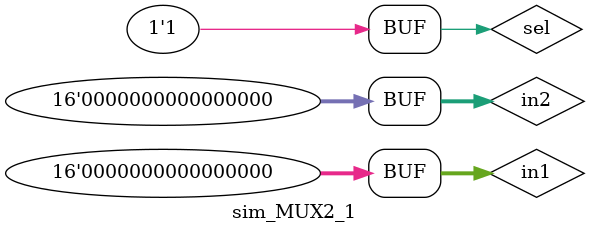
<source format=v>
`timescale 1ns / 1ps


module sim_MUX2_1();
    reg sel;
    reg [15:0]in1;
    reg [15:0]in2;
    wire [15:0]out;
    
    MUX2_1 uut(sel, in1[15:0], in2[15:0], out[15:0]);
    initial
    begin
    #1 sel=0; in1=16'b1111111111111111; in2=0;
    #1 sel=1;
    #1 sel=0; in1=16'b1010101010101010; in2=0000000011111111;
    #1 sel=1; 
    #1 in1=0; in2=0;
    end
endmodule

</source>
